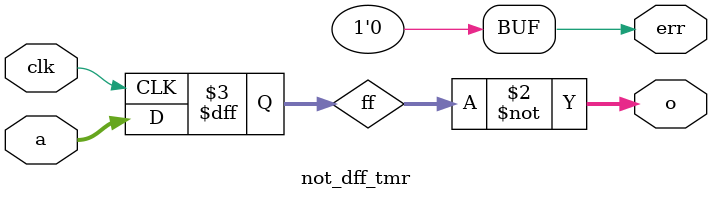
<source format=sv>

(* tamara_triplicate *)
module not_dff_tmr(
    input logic[1:0] a,
    input logic clk,
    output logic[1:0] o,
    (* tamara_error_sink *)
    output logic err
);

logic[1:0] ff;

always_ff @(posedge clk) begin
    ff <= a;
end

assign o = ~ff;

`ifndef TAMARA
assign err = 0;
`endif

endmodule

</source>
